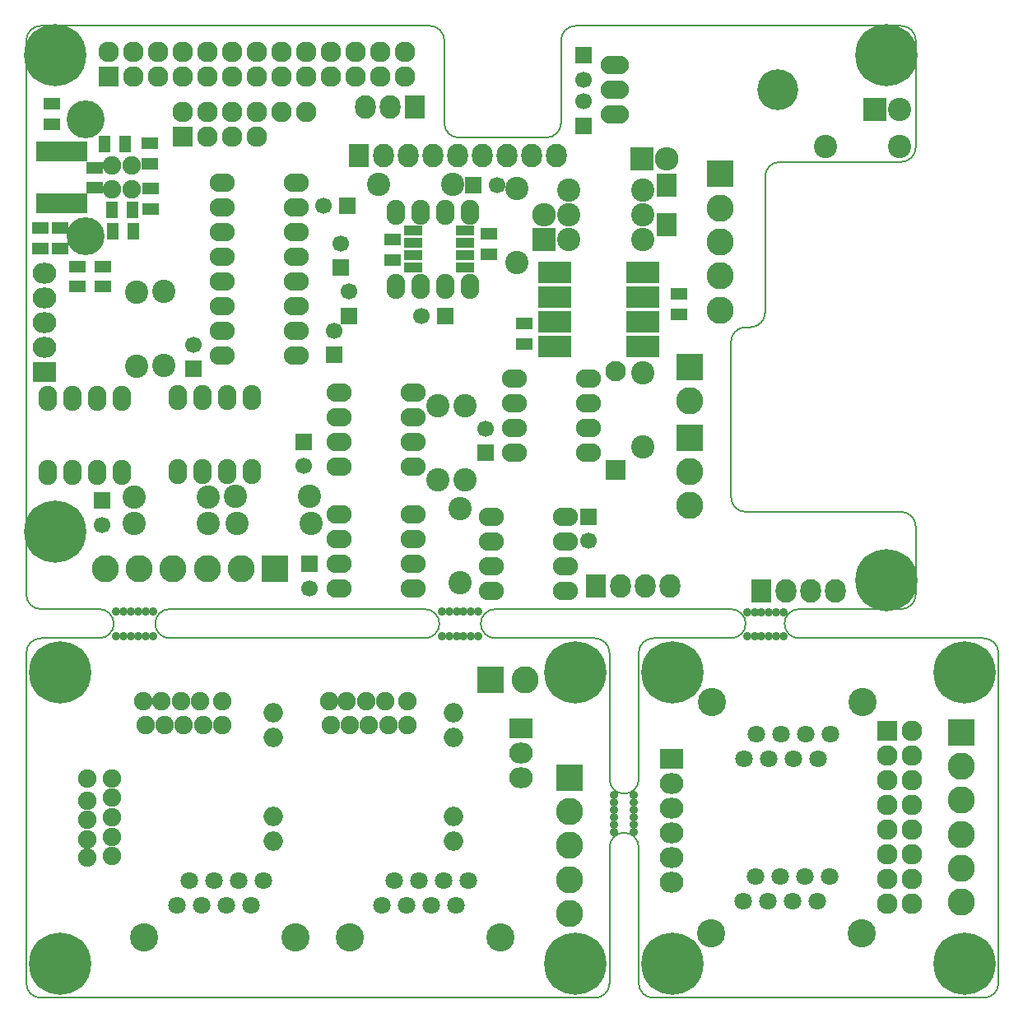
<source format=gbr>
G04 #@! TF.FileFunction,Soldermask,Bot*
%FSLAX46Y46*%
G04 Gerber Fmt 4.6, Leading zero omitted, Abs format (unit mm)*
G04 Created by KiCad (PCBNEW 4.0.2-4+6225~38~ubuntu14.04.1-stable) date Mon 07 Mar 2016 05:43:57 PM CET*
%MOMM*%
G01*
G04 APERTURE LIST*
%ADD10C,0.100000*%
%ADD11C,0.150000*%
%ADD12C,1.901140*%
%ADD13C,3.900120*%
%ADD14C,2.398980*%
%ADD15R,2.100000X2.100000*%
%ADD16O,2.127200X2.127200*%
%ADD17R,2.127200X2.127200*%
%ADD18C,1.900000*%
%ADD19C,1.800000*%
%ADD20C,2.900000*%
%ADD21C,0.900000*%
%ADD22R,1.700000X1.700000*%
%ADD23C,1.700000*%
%ADD24C,2.099260*%
%ADD25R,2.099260X2.099260*%
%ADD26C,6.400000*%
%ADD27O,2.120000X2.120000*%
%ADD28R,2.432000X2.432000*%
%ADD29O,2.432000X2.432000*%
%ADD30R,2.432000X2.127200*%
%ADD31O,2.432000X2.127200*%
%ADD32R,1.950000X1.000000*%
%ADD33R,3.400000X2.200000*%
%ADD34C,2.800000*%
%ADD35R,2.800000X2.800000*%
%ADD36R,2.127200X2.432000*%
%ADD37O,2.127200X2.432000*%
%ADD38O,2.899360X1.901140*%
%ADD39C,4.199840*%
%ADD40R,0.806400X2.051000*%
%ADD41O,2.000000X2.000000*%
%ADD42R,2.400000X2.400000*%
%ADD43C,2.400000*%
%ADD44R,1.300000X1.700000*%
%ADD45R,1.700000X1.300000*%
%ADD46O,2.599640X1.901140*%
%ADD47O,1.901140X2.599640*%
%ADD48R,2.100000X2.400000*%
G04 APERTURE END LIST*
D10*
D11*
X148250000Y-100000000D02*
X172500000Y-100000000D01*
X141000000Y-100000000D02*
X114750000Y-100000000D01*
X114750000Y-103000000D02*
X141000000Y-103000000D01*
X142500000Y-101500000D02*
G75*
G03X141000000Y-100000000I-1500000J0D01*
G01*
X141000000Y-103000000D02*
G75*
G03X142500000Y-101500000I0J1500000D01*
G01*
X101500000Y-100000000D02*
X107500000Y-100000000D01*
X101500000Y-103000000D02*
X107500000Y-103000000D01*
X148250000Y-100000000D02*
G75*
G03X146750000Y-101500000I0J-1500000D01*
G01*
X148250000Y-103000000D02*
X158500000Y-103000000D01*
X146750000Y-101500000D02*
G75*
G03X148250000Y-103000000I1500000J0D01*
G01*
X174000000Y-90000000D02*
X190000000Y-90000000D01*
X177500000Y-54000000D02*
X190000000Y-54000000D01*
X176000000Y-55500000D02*
X176000000Y-69500000D01*
X172500000Y-88500000D02*
X172500000Y-72500000D01*
X174000000Y-71000000D02*
X174500000Y-71000000D01*
X174500000Y-71000000D02*
G75*
G03X176000000Y-69500000I0J1500000D01*
G01*
X174000000Y-71000000D02*
G75*
G03X172500000Y-72500000I0J-1500000D01*
G01*
X161500000Y-119000000D02*
G75*
G03X163000000Y-117500000I0J1500000D01*
G01*
X163000000Y-124500000D02*
G75*
G03X161500000Y-123000000I-1500000J0D01*
G01*
X163000000Y-124500000D02*
X163000000Y-138500000D01*
X163000000Y-104500000D02*
X163000000Y-117500000D01*
X160000000Y-124500000D02*
X160000000Y-138500000D01*
X160000000Y-104500000D02*
X160000000Y-117500000D01*
X161500000Y-123000000D02*
G75*
G03X160000000Y-124500000I0J-1500000D01*
G01*
X160000000Y-117500000D02*
G75*
G03X161500000Y-119000000I1500000J0D01*
G01*
X164500000Y-103000000D02*
X172500000Y-103000000D01*
X164500000Y-140000000D02*
X198500000Y-140000000D01*
X163000000Y-138500000D02*
G75*
G03X164500000Y-140000000I1500000J0D01*
G01*
X158500000Y-140000000D02*
G75*
G03X160000000Y-138500000I0J1500000D01*
G01*
X164500000Y-103000000D02*
G75*
G03X163000000Y-104500000I0J-1500000D01*
G01*
X160000000Y-104500000D02*
G75*
G03X158500000Y-103000000I-1500000J0D01*
G01*
X113250000Y-101500000D02*
G75*
G03X114750000Y-103000000I1500000J0D01*
G01*
X114750000Y-100000000D02*
G75*
G03X113250000Y-101500000I0J-1500000D01*
G01*
X174000000Y-101500000D02*
G75*
G03X172500000Y-100000000I-1500000J0D01*
G01*
X172500000Y-103000000D02*
G75*
G03X174000000Y-101500000I0J1500000D01*
G01*
X178000000Y-101500000D02*
G75*
G03X179500000Y-103000000I1500000J0D01*
G01*
X179500000Y-100000000D02*
G75*
G03X178000000Y-101500000I0J-1500000D01*
G01*
X190000000Y-100000000D02*
X179500000Y-100000000D01*
X198500000Y-103000000D02*
X179500000Y-103000000D01*
X107500000Y-103000000D02*
G75*
G03X109000000Y-101500000I0J1500000D01*
G01*
X109000000Y-101500000D02*
G75*
G03X107500000Y-100000000I-1500000J0D01*
G01*
X198500000Y-140000000D02*
G75*
G03X200000000Y-138500000I0J1500000D01*
G01*
X200000000Y-104500000D02*
G75*
G03X198500000Y-103000000I-1500000J0D01*
G01*
X101500000Y-103000000D02*
G75*
G03X100000000Y-104500000I0J-1500000D01*
G01*
X100000000Y-138500000D02*
G75*
G03X101500000Y-140000000I1500000J0D01*
G01*
X100000000Y-104500000D02*
X100000000Y-138500000D01*
X200000000Y-104500000D02*
X200000000Y-138500000D01*
X101500000Y-140000000D02*
X158500000Y-140000000D01*
X191500000Y-91500000D02*
G75*
G03X190000000Y-90000000I-1500000J0D01*
G01*
X172500000Y-88500000D02*
G75*
G03X174000000Y-90000000I1500000J0D01*
G01*
X177500000Y-54000000D02*
G75*
G03X176000000Y-55500000I0J-1500000D01*
G01*
X190000000Y-54000000D02*
G75*
G03X191500000Y-52500000I0J1500000D01*
G01*
X191500000Y-41500000D02*
X191500000Y-52500000D01*
X143000000Y-41500000D02*
G75*
G03X141500000Y-40000000I-1500000J0D01*
G01*
X156500000Y-40000000D02*
G75*
G03X155000000Y-41500000I0J-1500000D01*
G01*
X153500000Y-51500000D02*
G75*
G03X155000000Y-50000000I0J1500000D01*
G01*
X143000000Y-50000000D02*
G75*
G03X144500000Y-51500000I1500000J0D01*
G01*
X144500000Y-51500000D02*
X153500000Y-51500000D01*
X143000000Y-41500000D02*
X143000000Y-50000000D01*
X155000000Y-41500000D02*
X155000000Y-50000000D01*
X190000000Y-40000000D02*
X156500000Y-40000000D01*
X100000000Y-41500000D02*
X100000000Y-98500000D01*
X191500000Y-91500000D02*
X191500000Y-98500000D01*
X191500000Y-41500000D02*
G75*
G03X190000000Y-40000000I-1500000J0D01*
G01*
X190000000Y-100000000D02*
G75*
G03X191500000Y-98500000I0J1500000D01*
G01*
X100000000Y-98500000D02*
G75*
G03X101500000Y-100000000I1500000J0D01*
G01*
X101500000Y-40000000D02*
G75*
G03X100000000Y-41500000I0J-1500000D01*
G01*
X101500000Y-40000000D02*
X141500000Y-40000000D01*
D12*
X108839000Y-54356000D03*
X108839000Y-56845200D03*
X110845600Y-56845200D03*
X110845600Y-54356000D03*
D13*
X106121200Y-49580800D03*
X106121200Y-61620400D03*
D14*
X155829000Y-56896000D03*
X163449000Y-56896000D03*
D15*
X116103400Y-51384200D03*
D16*
X116103400Y-48844200D03*
X118643400Y-51384200D03*
X118643400Y-48844200D03*
X121183400Y-51384200D03*
X121183400Y-48844200D03*
X123723400Y-51384200D03*
X123723400Y-48844200D03*
D17*
X108483400Y-45212000D03*
D16*
X108483400Y-42672000D03*
X111023400Y-45212000D03*
X111023400Y-42672000D03*
X113563400Y-45212000D03*
X113563400Y-42672000D03*
X116103400Y-45212000D03*
X116103400Y-42672000D03*
X118643400Y-45212000D03*
X118643400Y-42672000D03*
X121183400Y-45212000D03*
X121183400Y-42672000D03*
X123723400Y-45212000D03*
X123723400Y-42672000D03*
X126263400Y-45212000D03*
X126263400Y-42672000D03*
X128803400Y-45212000D03*
X128803400Y-42672000D03*
X131343400Y-45212000D03*
X131343400Y-42672000D03*
X133883400Y-45212000D03*
X133883400Y-42672000D03*
X136423400Y-45212000D03*
X136423400Y-42672000D03*
X138963400Y-45212000D03*
X138963400Y-42672000D03*
D18*
X139205000Y-109442000D03*
X132955000Y-109442000D03*
X136955000Y-109442000D03*
X134955000Y-109442000D03*
X131191000Y-109474000D03*
X135255000Y-111942000D03*
X133255000Y-111942880D03*
X139205000Y-111942000D03*
X137255000Y-111942000D03*
X131305000Y-111942880D03*
D19*
X117995000Y-130460000D03*
X115455000Y-130460000D03*
X116725000Y-127920000D03*
X119265000Y-127920000D03*
X120535000Y-130460000D03*
X121805000Y-127920000D03*
X123075000Y-130460000D03*
X124345000Y-127920000D03*
D20*
X112150000Y-133750000D03*
X127650000Y-133750000D03*
D21*
X142750000Y-100250000D03*
X143500000Y-100250000D03*
X144250000Y-100250000D03*
X145000000Y-100250000D03*
X145750000Y-100250000D03*
X146500000Y-100250000D03*
X142750000Y-102750000D03*
X143500000Y-102750000D03*
X144250000Y-102750000D03*
X145000000Y-102750000D03*
X145750000Y-102750000D03*
X146500000Y-102750000D03*
D22*
X133032500Y-58483500D03*
D23*
X130532500Y-58483500D03*
D22*
X132334000Y-64897000D03*
D23*
X132334000Y-62397000D03*
D21*
X109250000Y-100250000D03*
X110000000Y-100250000D03*
X110750000Y-100250000D03*
X111500000Y-100250000D03*
X112250000Y-100250000D03*
X113000000Y-100250000D03*
X109250000Y-102750000D03*
X110000000Y-102750000D03*
X110750000Y-102750000D03*
X111500000Y-102750000D03*
X112250000Y-102750000D03*
X113000000Y-102750000D03*
X174150000Y-100350000D03*
X174900000Y-100350000D03*
X175650000Y-100350000D03*
X176400000Y-100350000D03*
X177150000Y-100350000D03*
X177900000Y-100350000D03*
X174150000Y-102750000D03*
X174900000Y-102750000D03*
X175650000Y-102750000D03*
X176400000Y-102750000D03*
X177150000Y-102750000D03*
X177900000Y-102750000D03*
X162450000Y-119150000D03*
X162450000Y-119900000D03*
X162450000Y-120650000D03*
X162450000Y-121400000D03*
X162450000Y-122150000D03*
X162450000Y-122900000D03*
D22*
X133223000Y-69850000D03*
D23*
X133223000Y-67350000D03*
D24*
X160652460Y-75564480D03*
D25*
X160652460Y-85724480D03*
D26*
X196500000Y-136500000D03*
X196500000Y-106500000D03*
X166500000Y-106500000D03*
X166500000Y-136500000D03*
X156500000Y-136500000D03*
X156500000Y-106500000D03*
X103500000Y-106500000D03*
X103500000Y-136500000D03*
X103000000Y-92000000D03*
D22*
X145963000Y-56388000D03*
D23*
X148463000Y-56388000D03*
D22*
X143129000Y-69850000D03*
D23*
X140629000Y-69850000D03*
D27*
X126263400Y-48844200D03*
X128803400Y-48844200D03*
D28*
X153289000Y-61976000D03*
D29*
X153289000Y-59436000D03*
D26*
X188500000Y-43000000D03*
X188500000Y-97000000D03*
X103000000Y-43000000D03*
D22*
X157353000Y-43053000D03*
D23*
X157353000Y-45553000D03*
D22*
X157353000Y-50292000D03*
D23*
X157353000Y-47792000D03*
D22*
X128549400Y-82804000D03*
D23*
X128549400Y-85304000D03*
D22*
X129159000Y-95377000D03*
D23*
X129159000Y-97877000D03*
D22*
X107823000Y-88836500D03*
D23*
X107823000Y-91336500D03*
D22*
X117221000Y-75311000D03*
D23*
X117221000Y-72811000D03*
D22*
X157835600Y-90474800D03*
D23*
X157835600Y-92974800D03*
D30*
X101854000Y-75628500D03*
D31*
X101854000Y-73088500D03*
X101854000Y-70548500D03*
X101854000Y-68008500D03*
X101854000Y-65468500D03*
D32*
X139761000Y-64897000D03*
X139761000Y-63627000D03*
X139761000Y-62357000D03*
X139761000Y-61087000D03*
X145161000Y-61087000D03*
X145161000Y-62357000D03*
X145161000Y-63627000D03*
X145161000Y-64897000D03*
D33*
X154377000Y-73025000D03*
X154377000Y-70485000D03*
X154377000Y-67945000D03*
X154377000Y-65405000D03*
X163377000Y-65405000D03*
X163377000Y-67945000D03*
X163377000Y-70485000D03*
X163377000Y-73025000D03*
D14*
X144653000Y-97282000D03*
X144653000Y-89662000D03*
X142367000Y-86741000D03*
X142367000Y-79121000D03*
X145161000Y-79121000D03*
X145161000Y-86741000D03*
X121666000Y-91186000D03*
X129286000Y-91186000D03*
X111125000Y-88519000D03*
X118745000Y-88519000D03*
X121539000Y-88392000D03*
X129159000Y-88392000D03*
X118745000Y-91186000D03*
X111125000Y-91186000D03*
X111379000Y-75057000D03*
X111379000Y-67437000D03*
X114173000Y-74930000D03*
X114173000Y-67310000D03*
X163449000Y-75692000D03*
X163449000Y-83312000D03*
D34*
X122090000Y-95820000D03*
D35*
X125590000Y-95820000D03*
D34*
X118590000Y-95820000D03*
X115090000Y-95820000D03*
X111590000Y-95820000D03*
X108090000Y-95820000D03*
X151292500Y-107253000D03*
D35*
X147792500Y-107253000D03*
D34*
X171385000Y-58730000D03*
D35*
X171385000Y-55230000D03*
D34*
X171385000Y-62230000D03*
X171385000Y-65730000D03*
X171385000Y-69230000D03*
X155891000Y-120833000D03*
D35*
X155891000Y-117333000D03*
D34*
X155891000Y-124333000D03*
X155891000Y-127833000D03*
X155891000Y-131333000D03*
D18*
X106267000Y-117462000D03*
X106267000Y-123712000D03*
X106267000Y-119712000D03*
X106267000Y-121712000D03*
X106299000Y-125603000D03*
X108767000Y-121412000D03*
X108767880Y-123412000D03*
X108767000Y-117462000D03*
X108767000Y-119412000D03*
X108767880Y-125362000D03*
X120155000Y-109442000D03*
X113905000Y-109442000D03*
X117905000Y-109442000D03*
X115905000Y-109442000D03*
X112014000Y-109474000D03*
X116205000Y-111942000D03*
X114205000Y-111942880D03*
X120155000Y-111942000D03*
X118205000Y-111942000D03*
X112255000Y-111942880D03*
D28*
X163322000Y-53721000D03*
D29*
X165862000Y-53721000D03*
D14*
X150495000Y-64389000D03*
X150495000Y-56769000D03*
X155829000Y-61976000D03*
X163449000Y-61976000D03*
X155829000Y-59436000D03*
X163449000Y-59436000D03*
D34*
X196150000Y-116162000D03*
D35*
X196150000Y-112662000D03*
D34*
X196150000Y-119662000D03*
X196150000Y-123162000D03*
X196150000Y-126662000D03*
X196150000Y-130162000D03*
D36*
X139935800Y-48326200D03*
D37*
X137395800Y-48326200D03*
X134855800Y-48326200D03*
D21*
X160450000Y-119150000D03*
X160450000Y-119900000D03*
X160450000Y-120650000D03*
X160450000Y-121400000D03*
X160450000Y-122150000D03*
X160450000Y-122900000D03*
D19*
X180213000Y-112893000D03*
X182753000Y-112893000D03*
X181483000Y-115433000D03*
X178943000Y-115433000D03*
X177673000Y-112893000D03*
X176403000Y-115433000D03*
X175133000Y-112893000D03*
X173863000Y-115433000D03*
D20*
X186058000Y-109603000D03*
X170558000Y-109603000D03*
D19*
X176276000Y-130058000D03*
X173736000Y-130058000D03*
X175006000Y-127518000D03*
X177546000Y-127518000D03*
X178816000Y-130058000D03*
X180086000Y-127518000D03*
X181356000Y-130058000D03*
X182626000Y-127518000D03*
D20*
X170431000Y-133348000D03*
X185931000Y-133348000D03*
D19*
X139095000Y-130460000D03*
X136555000Y-130460000D03*
X137825000Y-127920000D03*
X140365000Y-127920000D03*
X141635000Y-130460000D03*
X142905000Y-127920000D03*
X144175000Y-130460000D03*
X145445000Y-127920000D03*
D20*
X133250000Y-133750000D03*
X148750000Y-133750000D03*
D17*
X188595000Y-112522000D03*
D16*
X191135000Y-112522000D03*
X188595000Y-115062000D03*
X191135000Y-115062000D03*
X188595000Y-117602000D03*
X191135000Y-117602000D03*
X188595000Y-120142000D03*
X191135000Y-120142000D03*
X188595000Y-122682000D03*
X191135000Y-122682000D03*
X188595000Y-125222000D03*
X191135000Y-125222000D03*
X188595000Y-127762000D03*
X191135000Y-127762000D03*
X188595000Y-130302000D03*
X191135000Y-130302000D03*
D30*
X166370000Y-115443000D03*
D31*
X166370000Y-117983000D03*
X166370000Y-120523000D03*
X166370000Y-123063000D03*
X166370000Y-125603000D03*
X166370000Y-128143000D03*
D38*
X160528000Y-46609000D03*
X160528000Y-44069000D03*
X160528000Y-49149000D03*
D39*
X177292000Y-46609000D03*
D40*
X103314500Y-52959000D03*
X103949500Y-52959000D03*
X104584500Y-52959000D03*
X105219500Y-52959000D03*
X101409500Y-58293000D03*
X101409500Y-52959000D03*
X102044500Y-52959000D03*
X102679500Y-52959000D03*
X105854500Y-58293000D03*
X105219500Y-58293000D03*
X104584500Y-58293000D03*
X103949500Y-58293000D03*
X103314500Y-58293000D03*
X102679500Y-58293000D03*
X105854500Y-52959000D03*
X102044500Y-58293000D03*
D36*
X175577500Y-98171000D03*
D37*
X178117500Y-98171000D03*
X180657500Y-98171000D03*
X183197500Y-98171000D03*
D34*
X168210000Y-85852000D03*
D35*
X168210000Y-82352000D03*
D34*
X168210000Y-89352000D03*
X168210000Y-78585000D03*
D35*
X168210000Y-75085000D03*
D22*
X147256500Y-83947000D03*
D23*
X147256500Y-81447000D03*
D36*
X134239000Y-53340000D03*
D37*
X136779000Y-53340000D03*
X139319000Y-53340000D03*
X141859000Y-53340000D03*
X144399000Y-53340000D03*
X146939000Y-53340000D03*
X149479000Y-53340000D03*
X152019000Y-53340000D03*
X154559000Y-53340000D03*
D14*
X143827500Y-56324500D03*
X136207500Y-56324500D03*
D41*
X143941800Y-110642400D03*
X143941800Y-113182400D03*
X143941800Y-121310400D03*
X143941800Y-123850400D03*
X125399800Y-110642400D03*
X125399800Y-113182400D03*
X125399800Y-121310400D03*
X125399800Y-123850400D03*
D30*
X150926800Y-112242600D03*
D31*
X150926800Y-114782600D03*
X150926800Y-117322600D03*
D42*
X187325000Y-48641000D03*
D43*
X189865000Y-48641000D03*
D14*
X189865000Y-52451000D03*
X182245000Y-52451000D03*
D22*
X131699000Y-73850500D03*
D23*
X131699000Y-71350500D03*
D44*
X110905000Y-58928000D03*
X108805000Y-58928000D03*
X110968500Y-61150500D03*
X108868500Y-61150500D03*
D45*
X147574000Y-61383200D03*
X147574000Y-63483200D03*
X137642600Y-61992800D03*
X137642600Y-64092800D03*
X167182800Y-69680800D03*
X167182800Y-67580800D03*
X151257000Y-72728800D03*
X151257000Y-70628800D03*
X103441500Y-60799000D03*
X103441500Y-62899000D03*
X101409500Y-60799000D03*
X101409500Y-62899000D03*
X112776000Y-58835000D03*
X112776000Y-56735000D03*
X106997500Y-54576000D03*
X106997500Y-56676000D03*
D44*
X108043000Y-52133500D03*
X110143000Y-52133500D03*
D45*
X102616000Y-50152000D03*
X102616000Y-48052000D03*
X112712500Y-52099500D03*
X112712500Y-54199500D03*
X105283000Y-64736000D03*
X105283000Y-66836000D03*
X107886500Y-64736000D03*
X107886500Y-66836000D03*
D46*
X127810000Y-73890000D03*
X127810000Y-71350000D03*
X127810000Y-68810000D03*
X127810000Y-66270000D03*
X127810000Y-63730000D03*
X127810000Y-61190000D03*
X127810000Y-58650000D03*
X127810000Y-56110000D03*
X120190000Y-56110000D03*
X120190000Y-58650000D03*
X120190000Y-61190000D03*
X120190000Y-63730000D03*
X120190000Y-66270000D03*
X120190000Y-68810000D03*
X120190000Y-71350000D03*
X120190000Y-73890000D03*
X139827000Y-85344000D03*
X139827000Y-82804000D03*
X139827000Y-80264000D03*
X139827000Y-77724000D03*
X132207000Y-77724000D03*
X132207000Y-80264000D03*
X132207000Y-82804000D03*
X132207000Y-85344000D03*
X139827000Y-97917000D03*
X139827000Y-95377000D03*
X139827000Y-92837000D03*
X139827000Y-90297000D03*
X132207000Y-90297000D03*
X132207000Y-92837000D03*
X132207000Y-95377000D03*
X132207000Y-97917000D03*
D47*
X115570000Y-85852000D03*
X118110000Y-85852000D03*
X120650000Y-85852000D03*
X123190000Y-85852000D03*
X123190000Y-78232000D03*
X120650000Y-78232000D03*
X118110000Y-78232000D03*
X115570000Y-78232000D03*
X109791500Y-78295500D03*
X107251500Y-78295500D03*
X104711500Y-78295500D03*
X102171500Y-78295500D03*
X102171500Y-85915500D03*
X104711500Y-85915500D03*
X107251500Y-85915500D03*
X109791500Y-85915500D03*
D46*
X147828000Y-90525600D03*
X147828000Y-93065600D03*
X147828000Y-95605600D03*
X147828000Y-98145600D03*
X155448000Y-98145600D03*
X155448000Y-95605600D03*
X155448000Y-93065600D03*
X155448000Y-90525600D03*
X157861000Y-83947000D03*
X157861000Y-81407000D03*
X157861000Y-78867000D03*
X157861000Y-76327000D03*
X150241000Y-76327000D03*
X150241000Y-78867000D03*
X150241000Y-81407000D03*
X150241000Y-83947000D03*
D47*
X138049000Y-66802000D03*
X140589000Y-66802000D03*
X143129000Y-66802000D03*
X145669000Y-66802000D03*
X145669000Y-59182000D03*
X143129000Y-59182000D03*
X140589000Y-59182000D03*
X138049000Y-59182000D03*
D48*
X165862000Y-56420000D03*
X165862000Y-60420000D03*
D36*
X158597600Y-97637600D03*
D37*
X161137600Y-97637600D03*
X163677600Y-97637600D03*
X166217600Y-97637600D03*
M02*

</source>
